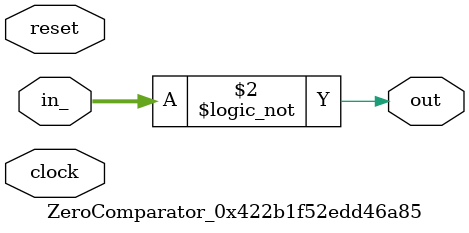
<source format=v>
module ZeroComparator_0x422b1f52edd46a85
(
  input  wire [   0:0] clock,
  input  wire [  15:0] in_,
  output reg  [   0:0] out,
  input  wire [   0:0] reset
);
  always @ (*) begin
    out = (in_ == 0);
  end
endmodule
</source>
